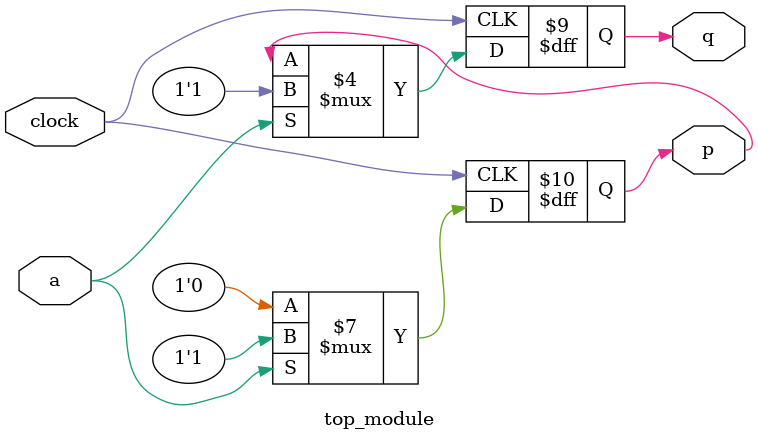
<source format=sv>
module top_module (
    input clock,
    input a,
    output reg p,
    output reg q
);
    
    always @(posedge clock) begin
        if (a)
            p <= 1;
        else
            p <= 0;
    end

    always @(negedge clock) begin
        if (a)
            q <= 1;
        else
            q <= p;
    end

endmodule

</source>
